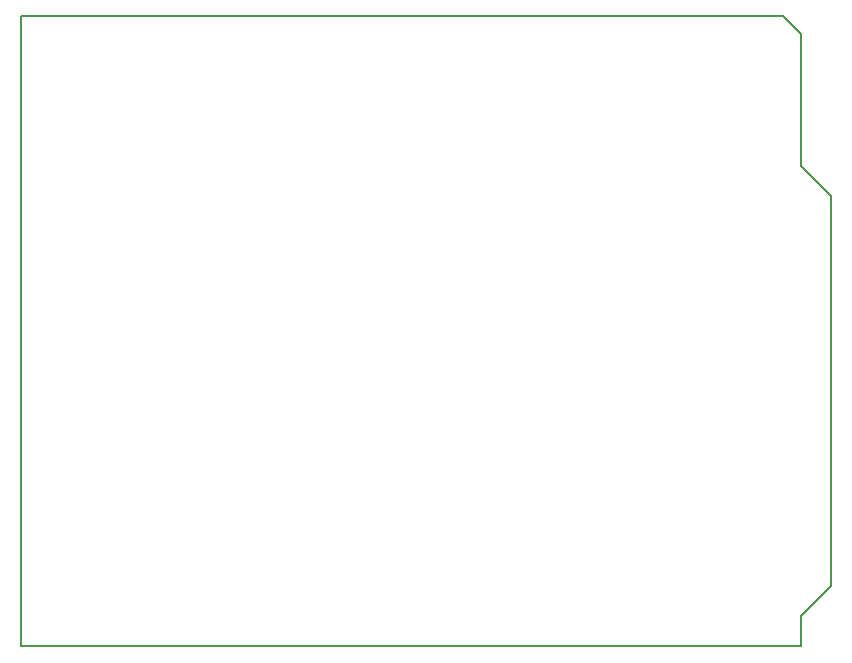
<source format=gbr>
G04 #@! TF.FileFunction,Paste,Top*
%FSLAX46Y46*%
G04 Gerber Fmt 4.6, Leading zero omitted, Abs format (unit mm)*
G04 Created by KiCad (PCBNEW 4.0.5) date Tue Feb 28 17:38:33 2017*
%MOMM*%
%LPD*%
G01*
G04 APERTURE LIST*
%ADD10C,0.100000*%
%ADD11C,0.150000*%
G04 APERTURE END LIST*
D10*
D11*
X183388000Y-81788000D02*
X185928000Y-84328000D01*
X183388000Y-70612000D02*
X183388000Y-81788000D01*
X181864000Y-69088000D02*
X183388000Y-70612000D01*
X117348000Y-69088000D02*
X181864000Y-69088000D01*
X117348000Y-122428000D02*
X117348000Y-69088000D01*
X183388000Y-122428000D02*
X117348000Y-122428000D01*
X183388000Y-119888000D02*
X183388000Y-122428000D01*
X185928000Y-117348000D02*
X183388000Y-119888000D01*
X185928000Y-84328000D02*
X185928000Y-117348000D01*
M02*

</source>
